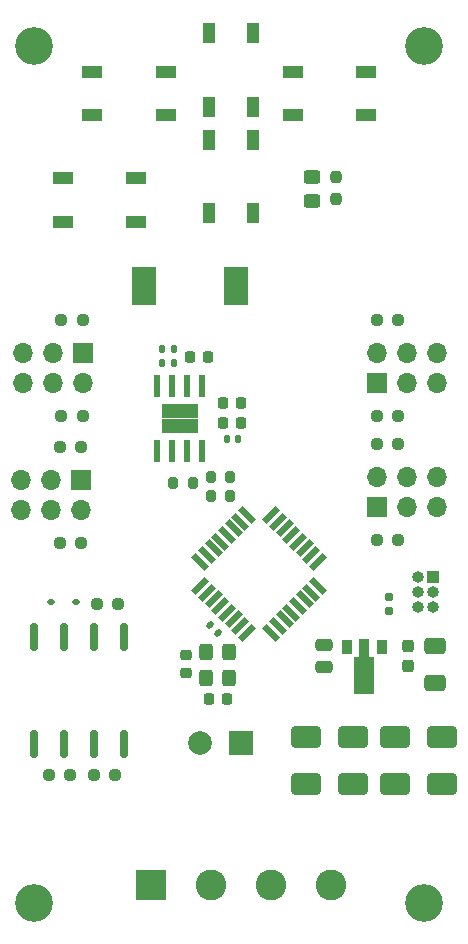
<source format=gbr>
%TF.GenerationSoftware,KiCad,Pcbnew,7.0.7*%
%TF.CreationDate,2023-11-13T21:03:18+01:00*%
%TF.ProjectId,OS-servoDriver,4f532d73-6572-4766-9f44-72697665722e,rev?*%
%TF.SameCoordinates,Original*%
%TF.FileFunction,Soldermask,Top*%
%TF.FilePolarity,Negative*%
%FSLAX46Y46*%
G04 Gerber Fmt 4.6, Leading zero omitted, Abs format (unit mm)*
G04 Created by KiCad (PCBNEW 7.0.7) date 2023-11-13 21:03:18*
%MOMM*%
%LPD*%
G01*
G04 APERTURE LIST*
G04 Aperture macros list*
%AMRoundRect*
0 Rectangle with rounded corners*
0 $1 Rounding radius*
0 $2 $3 $4 $5 $6 $7 $8 $9 X,Y pos of 4 corners*
0 Add a 4 corners polygon primitive as box body*
4,1,4,$2,$3,$4,$5,$6,$7,$8,$9,$2,$3,0*
0 Add four circle primitives for the rounded corners*
1,1,$1+$1,$2,$3*
1,1,$1+$1,$4,$5*
1,1,$1+$1,$6,$7*
1,1,$1+$1,$8,$9*
0 Add four rect primitives between the rounded corners*
20,1,$1+$1,$2,$3,$4,$5,0*
20,1,$1+$1,$4,$5,$6,$7,0*
20,1,$1+$1,$6,$7,$8,$9,0*
20,1,$1+$1,$8,$9,$2,$3,0*%
%AMRotRect*
0 Rectangle, with rotation*
0 The origin of the aperture is its center*
0 $1 length*
0 $2 width*
0 $3 Rotation angle, in degrees counterclockwise*
0 Add horizontal line*
21,1,$1,$2,0,0,$3*%
%AMFreePoly0*
4,1,9,3.862500,-0.866500,0.737500,-0.866500,0.737500,-0.450000,-0.737500,-0.450000,-0.737500,0.450000,0.737500,0.450000,0.737500,0.866500,3.862500,0.866500,3.862500,-0.866500,3.862500,-0.866500,$1*%
G04 Aperture macros list end*
%ADD10R,1.700000X1.700000*%
%ADD11O,1.700000X1.700000*%
%ADD12R,0.900000X1.300000*%
%ADD13FreePoly0,270.000000*%
%ADD14RoundRect,0.237500X0.250000X0.237500X-0.250000X0.237500X-0.250000X-0.237500X0.250000X-0.237500X0*%
%ADD15R,0.610000X1.910000*%
%ADD16R,1.550000X1.205000*%
%ADD17RoundRect,0.225000X0.225000X0.250000X-0.225000X0.250000X-0.225000X-0.250000X0.225000X-0.250000X0*%
%ADD18RoundRect,0.250000X0.450000X-0.325000X0.450000X0.325000X-0.450000X0.325000X-0.450000X-0.325000X0*%
%ADD19R,1.100000X1.800000*%
%ADD20RoundRect,0.140000X0.219203X0.021213X0.021213X0.219203X-0.219203X-0.021213X-0.021213X-0.219203X0*%
%ADD21C,3.200000*%
%ADD22R,2.000000X2.000000*%
%ADD23C,2.000000*%
%ADD24R,1.800000X1.100000*%
%ADD25RoundRect,0.200000X-0.200000X-0.275000X0.200000X-0.275000X0.200000X0.275000X-0.200000X0.275000X0*%
%ADD26RoundRect,0.160000X0.160000X-0.197500X0.160000X0.197500X-0.160000X0.197500X-0.160000X-0.197500X0*%
%ADD27RoundRect,0.250000X-0.475000X0.250000X-0.475000X-0.250000X0.475000X-0.250000X0.475000X0.250000X0*%
%ADD28RoundRect,0.225000X0.250000X-0.225000X0.250000X0.225000X-0.250000X0.225000X-0.250000X-0.225000X0*%
%ADD29RoundRect,0.162500X-0.162500X1.012500X-0.162500X-1.012500X0.162500X-1.012500X0.162500X1.012500X0*%
%ADD30R,1.000000X1.000000*%
%ADD31O,1.000000X1.000000*%
%ADD32RoundRect,0.200000X0.200000X0.275000X-0.200000X0.275000X-0.200000X-0.275000X0.200000X-0.275000X0*%
%ADD33RoundRect,0.237500X-0.250000X-0.237500X0.250000X-0.237500X0.250000X0.237500X-0.250000X0.237500X0*%
%ADD34RoundRect,0.225000X-0.225000X-0.250000X0.225000X-0.250000X0.225000X0.250000X-0.225000X0.250000X0*%
%ADD35RotRect,1.600000X0.550000X45.000000*%
%ADD36RotRect,1.600000X0.550000X135.000000*%
%ADD37RoundRect,0.250000X-1.000000X-0.650000X1.000000X-0.650000X1.000000X0.650000X-1.000000X0.650000X0*%
%ADD38RoundRect,0.237500X-0.237500X0.300000X-0.237500X-0.300000X0.237500X-0.300000X0.237500X0.300000X0*%
%ADD39RoundRect,0.300000X-0.300000X0.400000X-0.300000X-0.400000X0.300000X-0.400000X0.300000X0.400000X0*%
%ADD40RoundRect,0.112500X0.187500X0.112500X-0.187500X0.112500X-0.187500X-0.112500X0.187500X-0.112500X0*%
%ADD41R,2.600000X2.600000*%
%ADD42C,2.600000*%
%ADD43RoundRect,0.250000X-0.650000X0.412500X-0.650000X-0.412500X0.650000X-0.412500X0.650000X0.412500X0*%
%ADD44RoundRect,0.140000X0.140000X0.170000X-0.140000X0.170000X-0.140000X-0.170000X0.140000X-0.170000X0*%
%ADD45R,2.000000X3.200000*%
%ADD46RoundRect,0.237500X0.237500X-0.250000X0.237500X0.250000X-0.237500X0.250000X-0.237500X-0.250000X0*%
G04 APERTURE END LIST*
D10*
%TO.C,J801*%
X110080000Y-122460000D03*
D11*
X110080000Y-125000000D03*
X107540000Y-122460000D03*
X107540000Y-125000000D03*
X105000000Y-122460000D03*
X105000000Y-125000000D03*
%TD*%
D12*
%TO.C,U301*%
X135429000Y-147349000D03*
D13*
X133929000Y-147436500D03*
D12*
X132429000Y-147349000D03*
%TD*%
D14*
%TO.C,R1002*%
X112824500Y-158180000D03*
X110999500Y-158180000D03*
%TD*%
D15*
%TO.C,U901*%
X120206500Y-125236500D03*
X118936500Y-125236500D03*
X117666500Y-125236500D03*
X116396500Y-125236500D03*
X116396500Y-130796500D03*
X117666500Y-130796500D03*
X118936500Y-130796500D03*
X120206500Y-130796500D03*
D16*
X119076500Y-127414000D03*
X117526500Y-127414000D03*
X119076500Y-128619000D03*
X117526500Y-128619000D03*
%TD*%
D14*
%TO.C,R1001*%
X113078500Y-143702000D03*
X111253500Y-143702000D03*
%TD*%
D17*
%TO.C,C904*%
X123521500Y-128380000D03*
X121971500Y-128380000D03*
%TD*%
D18*
%TO.C,D201*%
X129509000Y-109635500D03*
X129509000Y-107585500D03*
%TD*%
D19*
%TO.C,SW602*%
X120800000Y-110600000D03*
X120800000Y-104400000D03*
X124500000Y-110600000D03*
X124500000Y-104400000D03*
%TD*%
D20*
%TO.C,C202*%
X121555305Y-146132000D03*
X120876483Y-145453178D03*
%TD*%
D21*
%TO.C,REF\u002A\u002A*%
X139000000Y-96500000D03*
%TD*%
D14*
%TO.C,R702*%
X109942500Y-138516500D03*
X108117500Y-138516500D03*
%TD*%
D21*
%TO.C,REF\u002A\u002A*%
X106000000Y-96500000D03*
%TD*%
D22*
%TO.C,C1101*%
X123500000Y-155500000D03*
D23*
X120000000Y-155500000D03*
%TD*%
D10*
%TO.C,J1001*%
X134975000Y-135500000D03*
D11*
X134975000Y-132960000D03*
X137515000Y-135500000D03*
X137515000Y-132960000D03*
X140055000Y-135500000D03*
X140055000Y-132960000D03*
%TD*%
D10*
%TO.C,J701*%
X109953000Y-133191000D03*
D11*
X109953000Y-135731000D03*
X107413000Y-133191000D03*
X107413000Y-135731000D03*
X104873000Y-133191000D03*
X104873000Y-135731000D03*
%TD*%
D24*
%TO.C,SW601*%
X134100000Y-102350000D03*
X127900000Y-102350000D03*
X134100000Y-98650000D03*
X127900000Y-98650000D03*
%TD*%
D25*
%TO.C,R903*%
X120905500Y-132937000D03*
X122555500Y-132937000D03*
%TD*%
D26*
%TO.C,R202*%
X136000000Y-144327500D03*
X136000000Y-143132500D03*
%TD*%
D27*
%TO.C,C301*%
X130476000Y-147187500D03*
X130476000Y-149087500D03*
%TD*%
D24*
%TO.C,SW605*%
X114600000Y-111350000D03*
X108400000Y-111350000D03*
X114600000Y-107650000D03*
X108400000Y-107650000D03*
%TD*%
D10*
%TO.C,J901*%
X134975000Y-125000000D03*
D11*
X134975000Y-122460000D03*
X137515000Y-125000000D03*
X137515000Y-122460000D03*
X140055000Y-125000000D03*
X140055000Y-122460000D03*
%TD*%
D28*
%TO.C,C201*%
X118793305Y-149574000D03*
X118793305Y-148024000D03*
%TD*%
D29*
%TO.C,U1001*%
X113540000Y-146500000D03*
X111000000Y-146500000D03*
X108460000Y-146500000D03*
X105920000Y-146500000D03*
X105920000Y-155550000D03*
X108460000Y-155550000D03*
X111000000Y-155550000D03*
X113540000Y-155550000D03*
%TD*%
D30*
%TO.C,U201*%
X139770000Y-141460000D03*
D31*
X138500000Y-141460000D03*
X139770000Y-142730000D03*
X138500000Y-142730000D03*
X139770000Y-144000000D03*
X138500000Y-144000000D03*
%TD*%
D32*
%TO.C,R901*%
X122555500Y-134588000D03*
X120905500Y-134588000D03*
%TD*%
D33*
%TO.C,R905*%
X134985500Y-119674500D03*
X136810500Y-119674500D03*
%TD*%
D14*
%TO.C,R1003*%
X109014500Y-158180000D03*
X107189500Y-158180000D03*
%TD*%
D34*
%TO.C,C901*%
X119177500Y-122777000D03*
X120727500Y-122777000D03*
%TD*%
%TO.C,C203*%
X120780305Y-151720000D03*
X122330305Y-151720000D03*
%TD*%
D35*
%TO.C,U202*%
X120040202Y-142194305D03*
X120605888Y-142759990D03*
X121171573Y-143325676D03*
X121737258Y-143891361D03*
X122302944Y-144457047D03*
X122868629Y-145022732D03*
X123434315Y-145588417D03*
X124000000Y-146154103D03*
D36*
X126050610Y-146154103D03*
X126616295Y-145588417D03*
X127181981Y-145022732D03*
X127747666Y-144457047D03*
X128313352Y-143891361D03*
X128879037Y-143325676D03*
X129444722Y-142759990D03*
X130010408Y-142194305D03*
D35*
X130010408Y-140143695D03*
X129444722Y-139578010D03*
X128879037Y-139012324D03*
X128313352Y-138446639D03*
X127747666Y-137880953D03*
X127181981Y-137315268D03*
X126616295Y-136749583D03*
X126050610Y-136183897D03*
D36*
X124000000Y-136183897D03*
X123434315Y-136749583D03*
X122868629Y-137315268D03*
X122302944Y-137880953D03*
X121737258Y-138446639D03*
X121171573Y-139012324D03*
X120605888Y-139578010D03*
X120040202Y-140143695D03*
%TD*%
D37*
%TO.C,D1104*%
X136500000Y-158950000D03*
X140500000Y-158950000D03*
%TD*%
%TO.C,D1101*%
X129000000Y-155000000D03*
X133000000Y-155000000D03*
%TD*%
D38*
%TO.C,C302*%
X137588000Y-147248500D03*
X137588000Y-148973500D03*
%TD*%
D17*
%TO.C,C905*%
X123521500Y-126714000D03*
X121971500Y-126714000D03*
%TD*%
D33*
%TO.C,R904*%
X134985500Y-127802500D03*
X136810500Y-127802500D03*
%TD*%
D19*
%TO.C,SW603*%
X120800000Y-101600000D03*
X120800000Y-95400000D03*
X124500000Y-101600000D03*
X124500000Y-95400000D03*
%TD*%
D21*
%TO.C,REF\u002A\u002A*%
X106000000Y-169000000D03*
%TD*%
D14*
%TO.C,R701*%
X109942500Y-130388500D03*
X108117500Y-130388500D03*
%TD*%
D39*
%TO.C,Y201*%
X120544305Y-147742000D03*
X120544305Y-149942000D03*
X122444305Y-149942000D03*
X122444305Y-147742000D03*
%TD*%
D40*
%TO.C,D1001*%
X109533000Y-143575000D03*
X107433000Y-143575000D03*
%TD*%
D37*
%TO.C,D1103*%
X129000000Y-158950000D03*
X133000000Y-158950000D03*
%TD*%
D14*
%TO.C,R802*%
X110069500Y-127785500D03*
X108244500Y-127785500D03*
%TD*%
D41*
%TO.C,J101*%
X115840000Y-167500000D03*
D42*
X120920000Y-167500000D03*
X126000000Y-167500000D03*
X131080000Y-167500000D03*
%TD*%
D43*
%TO.C,C303*%
X139874000Y-147310500D03*
X139874000Y-150435500D03*
%TD*%
D21*
%TO.C,REF\u002A\u002A*%
X139000000Y-169000000D03*
%TD*%
D33*
%TO.C,R1004*%
X134985500Y-138302500D03*
X136810500Y-138302500D03*
%TD*%
D44*
%TO.C,C902*%
X117793500Y-123285000D03*
X116833500Y-123285000D03*
%TD*%
%TO.C,C903*%
X117793500Y-122142000D03*
X116833500Y-122142000D03*
%TD*%
D45*
%TO.C,L901*%
X115290500Y-116808000D03*
X123090500Y-116808000D03*
%TD*%
D44*
%TO.C,C906*%
X123224500Y-129762000D03*
X122264500Y-129762000D03*
%TD*%
D32*
%TO.C,R902*%
X119380500Y-133445000D03*
X117730500Y-133445000D03*
%TD*%
D14*
%TO.C,R801*%
X110069500Y-119657500D03*
X108244500Y-119657500D03*
%TD*%
D37*
%TO.C,D1102*%
X136500000Y-154950000D03*
X140500000Y-154950000D03*
%TD*%
D33*
%TO.C,R1005*%
X134985500Y-130174500D03*
X136810500Y-130174500D03*
%TD*%
D46*
%TO.C,R201*%
X131500000Y-109412500D03*
X131500000Y-107587500D03*
%TD*%
D24*
%TO.C,SW604*%
X117100000Y-102350000D03*
X110900000Y-102350000D03*
X117100000Y-98650000D03*
X110900000Y-98650000D03*
%TD*%
M02*

</source>
